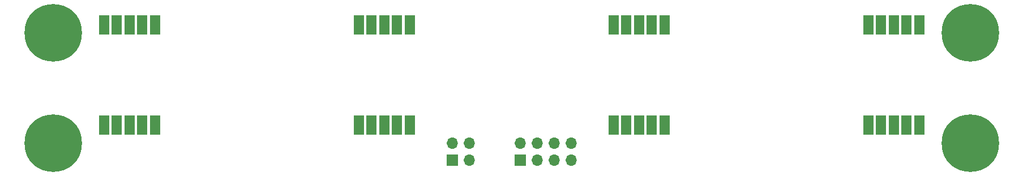
<source format=gbr>
%TF.GenerationSoftware,KiCad,Pcbnew,(5.1.8)-1*%
%TF.CreationDate,2021-01-26T11:35:44-05:00*%
%TF.ProjectId,SSD4_Row,53534434-5f52-46f7-972e-6b696361645f,rev?*%
%TF.SameCoordinates,Original*%
%TF.FileFunction,Soldermask,Top*%
%TF.FilePolarity,Negative*%
%FSLAX46Y46*%
G04 Gerber Fmt 4.6, Leading zero omitted, Abs format (unit mm)*
G04 Created by KiCad (PCBNEW (5.1.8)-1) date 2021-01-26 11:35:44*
%MOMM*%
%LPD*%
G01*
G04 APERTURE LIST*
%ADD10C,8.600000*%
%ADD11C,0.900000*%
%ADD12R,1.650000X3.000000*%
%ADD13R,1.700000X1.700000*%
%ADD14O,1.700000X1.700000*%
G04 APERTURE END LIST*
D10*
%TO.C,REF\u002A\u002A*%
X19050000Y-27940000D03*
D11*
X22275000Y-27940000D03*
X21330419Y-30220419D03*
X19050000Y-31165000D03*
X16769581Y-30220419D03*
X15825000Y-27940000D03*
X16769581Y-25659581D03*
X19050000Y-24715000D03*
X21330419Y-25659581D03*
%TD*%
D10*
%TO.C,REF\u002A\u002A*%
X19050000Y-44450000D03*
D11*
X22275000Y-44450000D03*
X21330419Y-46730419D03*
X19050000Y-47675000D03*
X16769581Y-46730419D03*
X15825000Y-44450000D03*
X16769581Y-42169581D03*
X19050000Y-41225000D03*
X21330419Y-42169581D03*
%TD*%
D10*
%TO.C,REF\u002A\u002A*%
X156210000Y-44450000D03*
D11*
X159435000Y-44450000D03*
X158490419Y-46730419D03*
X156210000Y-47675000D03*
X153929581Y-46730419D03*
X152985000Y-44450000D03*
X153929581Y-42169581D03*
X156210000Y-41225000D03*
X158490419Y-42169581D03*
%TD*%
D10*
%TO.C,REF\u002A\u002A*%
X156210000Y-27940000D03*
D11*
X159435000Y-27940000D03*
X158490419Y-30220419D03*
X156210000Y-31165000D03*
X153929581Y-30220419D03*
X152985000Y-27940000D03*
X153929581Y-25659581D03*
X156210000Y-24715000D03*
X158490419Y-25659581D03*
%TD*%
D12*
%TO.C,D1*%
X34280000Y-26790000D03*
X32380000Y-26790000D03*
X30480000Y-26790000D03*
X28580000Y-26790000D03*
X26680000Y-26790000D03*
X26680000Y-41790000D03*
X28580000Y-41790000D03*
X30480000Y-41790000D03*
X32380000Y-41790000D03*
X34280000Y-41790000D03*
%TD*%
%TO.C,D2*%
X72380000Y-41790000D03*
X70480000Y-41790000D03*
X68580000Y-41790000D03*
X66680000Y-41790000D03*
X64780000Y-41790000D03*
X64780000Y-26790000D03*
X66680000Y-26790000D03*
X68580000Y-26790000D03*
X70480000Y-26790000D03*
X72380000Y-26790000D03*
%TD*%
%TO.C,D3*%
X110480000Y-41790000D03*
X108580000Y-41790000D03*
X106680000Y-41790000D03*
X104780000Y-41790000D03*
X102880000Y-41790000D03*
X102880000Y-26790000D03*
X104780000Y-26790000D03*
X106680000Y-26790000D03*
X108580000Y-26790000D03*
X110480000Y-26790000D03*
%TD*%
%TO.C,D4*%
X148580000Y-26790000D03*
X146680000Y-26790000D03*
X144780000Y-26790000D03*
X142880000Y-26790000D03*
X140980000Y-26790000D03*
X140980000Y-41790000D03*
X142880000Y-41790000D03*
X144780000Y-41790000D03*
X146680000Y-41790000D03*
X148580000Y-41790000D03*
%TD*%
D13*
%TO.C,J1*%
X78740000Y-46990000D03*
D14*
X78740000Y-44450000D03*
X81280000Y-46990000D03*
X81280000Y-44450000D03*
%TD*%
D13*
%TO.C,J2*%
X88900000Y-46990000D03*
D14*
X88900000Y-44450000D03*
X91440000Y-46990000D03*
X91440000Y-44450000D03*
X93980000Y-46990000D03*
X93980000Y-44450000D03*
X96520000Y-46990000D03*
X96520000Y-44450000D03*
%TD*%
M02*

</source>
